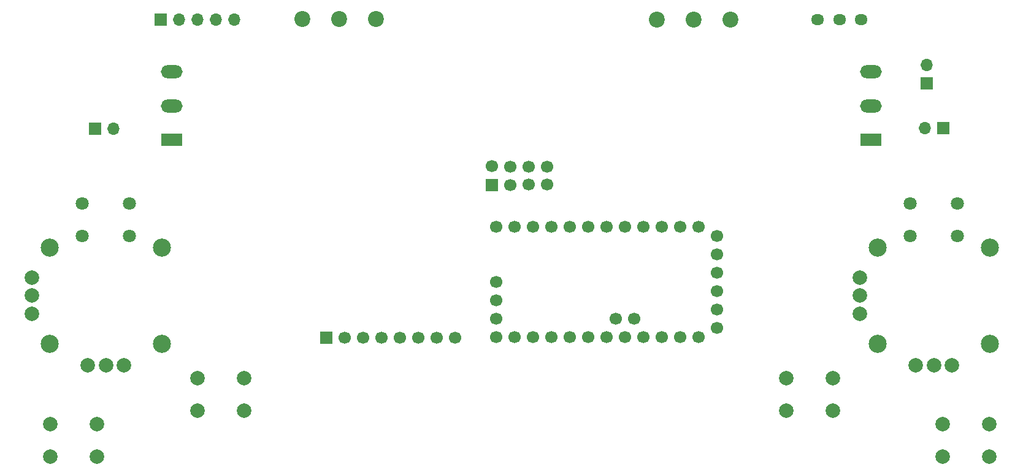
<source format=gbr>
G04 #@! TF.GenerationSoftware,KiCad,Pcbnew,(5.1.4)-1*
G04 #@! TF.CreationDate,2019-10-23T00:39:07+02:00*
G04 #@! TF.ProjectId,RF_transmitter,52465f74-7261-46e7-936d-69747465722e,rev?*
G04 #@! TF.SameCoordinates,Original*
G04 #@! TF.FileFunction,Soldermask,Bot*
G04 #@! TF.FilePolarity,Negative*
%FSLAX46Y46*%
G04 Gerber Fmt 4.6, Leading zero omitted, Abs format (unit mm)*
G04 Created by KiCad (PCBNEW (5.1.4)-1) date 2019-10-23 00:39:07*
%MOMM*%
%LPD*%
G04 APERTURE LIST*
%ADD10O,1.800000X1.500000*%
%ADD11C,1.700000*%
%ADD12C,2.500000*%
%ADD13C,1.800000*%
%ADD14C,2.000000*%
%ADD15R,1.700000X1.700000*%
%ADD16O,3.000000X1.800000*%
%ADD17R,3.000000X1.800000*%
%ADD18O,1.700000X1.700000*%
%ADD19C,2.200000*%
G04 APERTURE END LIST*
D10*
X165179000Y-42672000D03*
X162179000Y-42672000D03*
X159179000Y-42672000D03*
D11*
X114790220Y-71356220D03*
X117330220Y-71356220D03*
X119870220Y-71356220D03*
X122410220Y-71356220D03*
X124950220Y-71356220D03*
X127490220Y-71356220D03*
X130030220Y-71356220D03*
X132570220Y-71356220D03*
X135110220Y-71356220D03*
X137650220Y-71356220D03*
X140190220Y-71356220D03*
X142730220Y-71356220D03*
X114790220Y-86596220D03*
X117330220Y-86596220D03*
X119870220Y-86596220D03*
X122410220Y-86596220D03*
X124950220Y-86596220D03*
X127490220Y-86596220D03*
X130030220Y-86596220D03*
X132570220Y-86596220D03*
X135110220Y-86596220D03*
X137650220Y-86596220D03*
X140190220Y-86596220D03*
X142730220Y-86596220D03*
X145270220Y-72626220D03*
X145270220Y-75166220D03*
X145270220Y-77706220D03*
X145270220Y-80246220D03*
X145270220Y-82786220D03*
X145270220Y-85326220D03*
X114790220Y-84056220D03*
X114790220Y-81516220D03*
X114790220Y-78976220D03*
X131300220Y-84056220D03*
X133840220Y-84056220D03*
D12*
X167473000Y-87472000D03*
X182973000Y-87472000D03*
X182973000Y-74172000D03*
X167473000Y-74172000D03*
D13*
X178473000Y-72572000D03*
X178473000Y-68072000D03*
X171973000Y-72572000D03*
X171973000Y-68072000D03*
D14*
X164973000Y-78322000D03*
X164973000Y-83322000D03*
X164973000Y-80822000D03*
X177723000Y-90472000D03*
X175223000Y-90472000D03*
X172723000Y-90472000D03*
D15*
X114173000Y-65532000D03*
D11*
X114173000Y-62902000D03*
X116713000Y-65532000D03*
X116713000Y-62992000D03*
X119253000Y-65442000D03*
X119253000Y-62992000D03*
X121793000Y-65502000D03*
X121793000Y-62992000D03*
D16*
X69977000Y-49910000D03*
X69977000Y-54610000D03*
D17*
X69977000Y-59310000D03*
D16*
X166497000Y-49910000D03*
X166497000Y-54610000D03*
D17*
X166497000Y-59310000D03*
D12*
X53173000Y-87472000D03*
X68673000Y-87472000D03*
X68673000Y-74172000D03*
X53173000Y-74172000D03*
D13*
X64173000Y-72572000D03*
X64173000Y-68072000D03*
X57673000Y-72572000D03*
X57673000Y-68072000D03*
D14*
X50673000Y-78322000D03*
X50673000Y-83322000D03*
X50673000Y-80822000D03*
X63423000Y-90472000D03*
X60923000Y-90472000D03*
X58423000Y-90472000D03*
D18*
X78613000Y-42672000D03*
X76073000Y-42672000D03*
X73533000Y-42672000D03*
X70993000Y-42672000D03*
D15*
X68453000Y-42672000D03*
D14*
X59713000Y-98552000D03*
X59713000Y-103052000D03*
X53213000Y-98552000D03*
X53213000Y-103052000D03*
X80033000Y-92202000D03*
X80033000Y-96702000D03*
X73533000Y-92202000D03*
X73533000Y-96702000D03*
X161313000Y-92202000D03*
X161313000Y-96702000D03*
X154813000Y-92202000D03*
X154813000Y-96702000D03*
X182903000Y-98552000D03*
X182903000Y-103052000D03*
X176403000Y-98552000D03*
X176403000Y-103052000D03*
D18*
X61976000Y-57785000D03*
D15*
X59436000Y-57785000D03*
D18*
X173990000Y-57658000D03*
D15*
X176530000Y-57658000D03*
D18*
X174269400Y-48971200D03*
D15*
X174269400Y-51511200D03*
D11*
X109093000Y-86614000D03*
X106553000Y-86614000D03*
X104013000Y-86614000D03*
X101473000Y-86614000D03*
X98933000Y-86614000D03*
X96393000Y-86614000D03*
X93853000Y-86614000D03*
D15*
X91313000Y-86614000D03*
D19*
X98219260Y-42654220D03*
X93139260Y-42654220D03*
X88059260Y-42654220D03*
X147111720Y-42672000D03*
X142031720Y-42672000D03*
X136951720Y-42672000D03*
M02*

</source>
